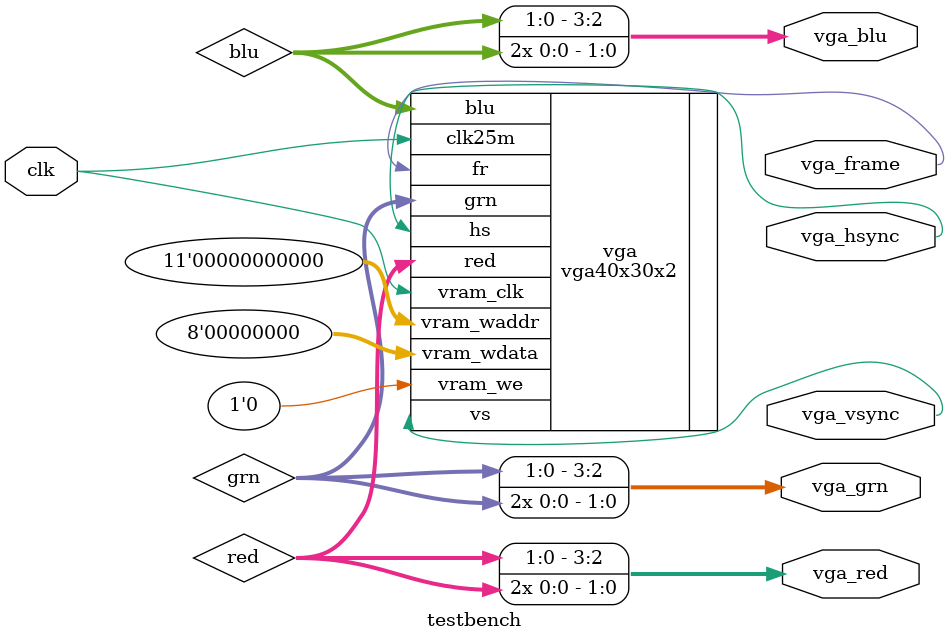
<source format=sv>

`timescale 1ns / 1ps

`define HEX_PATHS

module testbench(
        input clk,
	output [3:0]vga_red,
	output [3:0]vga_grn,
	output [3:0]vga_blu,
	output vga_hsync,
	output vga_vsync,
	output vga_frame
        );

wire [1:0]red;
wire [1:0]grn;
wire [1:0]blu;

vga40x30x2 vga(
	.clk25m(clk),
	.red(red),
	.grn(grn),
	.blu(blu),
	.hs(vga_hsync),
	.vs(vga_vsync),
	.fr(vga_frame),
	.vram_waddr(11'b0),
	.vram_wdata(8'b0),
	.vram_we(1'b0),
	.vram_clk(clk)
	);

assign vga_red = { red, red[0], red[0] };
assign vga_grn = { grn, grn[0], grn[0] };
assign vga_blu = { blu, blu[0], blu[0] };

endmodule

</source>
